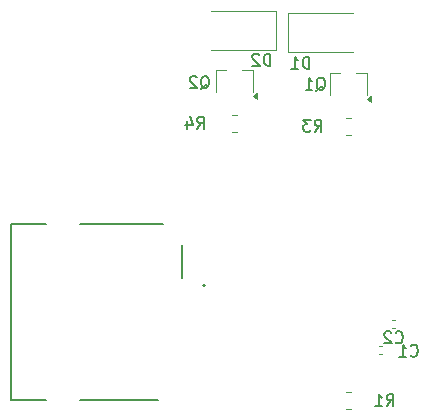
<source format=gbo>
G04 #@! TF.GenerationSoftware,KiCad,Pcbnew,9.0.5*
G04 #@! TF.CreationDate,2025-12-02T21:41:35+01:00*
G04 #@! TF.ProjectId,ToyBoard,546f7942-6f61-4726-942e-6b696361645f,rev?*
G04 #@! TF.SameCoordinates,Original*
G04 #@! TF.FileFunction,Legend,Bot*
G04 #@! TF.FilePolarity,Positive*
%FSLAX46Y46*%
G04 Gerber Fmt 4.6, Leading zero omitted, Abs format (unit mm)*
G04 Created by KiCad (PCBNEW 9.0.5) date 2025-12-02 21:41:35*
%MOMM*%
%LPD*%
G01*
G04 APERTURE LIST*
%ADD10C,0.150000*%
%ADD11C,0.200000*%
%ADD12C,0.127000*%
%ADD13C,0.120000*%
G04 APERTURE END LIST*
D10*
X151296666Y-127249580D02*
X151344285Y-127297200D01*
X151344285Y-127297200D02*
X151487142Y-127344819D01*
X151487142Y-127344819D02*
X151582380Y-127344819D01*
X151582380Y-127344819D02*
X151725237Y-127297200D01*
X151725237Y-127297200D02*
X151820475Y-127201961D01*
X151820475Y-127201961D02*
X151868094Y-127106723D01*
X151868094Y-127106723D02*
X151915713Y-126916247D01*
X151915713Y-126916247D02*
X151915713Y-126773390D01*
X151915713Y-126773390D02*
X151868094Y-126582914D01*
X151868094Y-126582914D02*
X151820475Y-126487676D01*
X151820475Y-126487676D02*
X151725237Y-126392438D01*
X151725237Y-126392438D02*
X151582380Y-126344819D01*
X151582380Y-126344819D02*
X151487142Y-126344819D01*
X151487142Y-126344819D02*
X151344285Y-126392438D01*
X151344285Y-126392438D02*
X151296666Y-126440057D01*
X150915713Y-126440057D02*
X150868094Y-126392438D01*
X150868094Y-126392438D02*
X150772856Y-126344819D01*
X150772856Y-126344819D02*
X150534761Y-126344819D01*
X150534761Y-126344819D02*
X150439523Y-126392438D01*
X150439523Y-126392438D02*
X150391904Y-126440057D01*
X150391904Y-126440057D02*
X150344285Y-126535295D01*
X150344285Y-126535295D02*
X150344285Y-126630533D01*
X150344285Y-126630533D02*
X150391904Y-126773390D01*
X150391904Y-126773390D02*
X150963332Y-127344819D01*
X150963332Y-127344819D02*
X150344285Y-127344819D01*
X134783238Y-105808057D02*
X134878476Y-105760438D01*
X134878476Y-105760438D02*
X134973714Y-105665200D01*
X134973714Y-105665200D02*
X135116571Y-105522342D01*
X135116571Y-105522342D02*
X135211809Y-105474723D01*
X135211809Y-105474723D02*
X135307047Y-105474723D01*
X135259428Y-105712819D02*
X135354666Y-105665200D01*
X135354666Y-105665200D02*
X135449904Y-105569961D01*
X135449904Y-105569961D02*
X135497523Y-105379485D01*
X135497523Y-105379485D02*
X135497523Y-105046152D01*
X135497523Y-105046152D02*
X135449904Y-104855676D01*
X135449904Y-104855676D02*
X135354666Y-104760438D01*
X135354666Y-104760438D02*
X135259428Y-104712819D01*
X135259428Y-104712819D02*
X135068952Y-104712819D01*
X135068952Y-104712819D02*
X134973714Y-104760438D01*
X134973714Y-104760438D02*
X134878476Y-104855676D01*
X134878476Y-104855676D02*
X134830857Y-105046152D01*
X134830857Y-105046152D02*
X134830857Y-105379485D01*
X134830857Y-105379485D02*
X134878476Y-105569961D01*
X134878476Y-105569961D02*
X134973714Y-105665200D01*
X134973714Y-105665200D02*
X135068952Y-105712819D01*
X135068952Y-105712819D02*
X135259428Y-105712819D01*
X134449904Y-104808057D02*
X134402285Y-104760438D01*
X134402285Y-104760438D02*
X134307047Y-104712819D01*
X134307047Y-104712819D02*
X134068952Y-104712819D01*
X134068952Y-104712819D02*
X133973714Y-104760438D01*
X133973714Y-104760438D02*
X133926095Y-104808057D01*
X133926095Y-104808057D02*
X133878476Y-104903295D01*
X133878476Y-104903295D02*
X133878476Y-104998533D01*
X133878476Y-104998533D02*
X133926095Y-105141390D01*
X133926095Y-105141390D02*
X134497523Y-105712819D01*
X134497523Y-105712819D02*
X133878476Y-105712819D01*
X144591238Y-105960057D02*
X144686476Y-105912438D01*
X144686476Y-105912438D02*
X144781714Y-105817200D01*
X144781714Y-105817200D02*
X144924571Y-105674342D01*
X144924571Y-105674342D02*
X145019809Y-105626723D01*
X145019809Y-105626723D02*
X145115047Y-105626723D01*
X145067428Y-105864819D02*
X145162666Y-105817200D01*
X145162666Y-105817200D02*
X145257904Y-105721961D01*
X145257904Y-105721961D02*
X145305523Y-105531485D01*
X145305523Y-105531485D02*
X145305523Y-105198152D01*
X145305523Y-105198152D02*
X145257904Y-105007676D01*
X145257904Y-105007676D02*
X145162666Y-104912438D01*
X145162666Y-104912438D02*
X145067428Y-104864819D01*
X145067428Y-104864819D02*
X144876952Y-104864819D01*
X144876952Y-104864819D02*
X144781714Y-104912438D01*
X144781714Y-104912438D02*
X144686476Y-105007676D01*
X144686476Y-105007676D02*
X144638857Y-105198152D01*
X144638857Y-105198152D02*
X144638857Y-105531485D01*
X144638857Y-105531485D02*
X144686476Y-105721961D01*
X144686476Y-105721961D02*
X144781714Y-105817200D01*
X144781714Y-105817200D02*
X144876952Y-105864819D01*
X144876952Y-105864819D02*
X145067428Y-105864819D01*
X143686476Y-105864819D02*
X144257904Y-105864819D01*
X143972190Y-105864819D02*
X143972190Y-104864819D01*
X143972190Y-104864819D02*
X144067428Y-105007676D01*
X144067428Y-105007676D02*
X144162666Y-105102914D01*
X144162666Y-105102914D02*
X144257904Y-105150533D01*
X152566666Y-128375580D02*
X152614285Y-128423200D01*
X152614285Y-128423200D02*
X152757142Y-128470819D01*
X152757142Y-128470819D02*
X152852380Y-128470819D01*
X152852380Y-128470819D02*
X152995237Y-128423200D01*
X152995237Y-128423200D02*
X153090475Y-128327961D01*
X153090475Y-128327961D02*
X153138094Y-128232723D01*
X153138094Y-128232723D02*
X153185713Y-128042247D01*
X153185713Y-128042247D02*
X153185713Y-127899390D01*
X153185713Y-127899390D02*
X153138094Y-127708914D01*
X153138094Y-127708914D02*
X153090475Y-127613676D01*
X153090475Y-127613676D02*
X152995237Y-127518438D01*
X152995237Y-127518438D02*
X152852380Y-127470819D01*
X152852380Y-127470819D02*
X152757142Y-127470819D01*
X152757142Y-127470819D02*
X152614285Y-127518438D01*
X152614285Y-127518438D02*
X152566666Y-127566057D01*
X151614285Y-128470819D02*
X152185713Y-128470819D01*
X151899999Y-128470819D02*
X151899999Y-127470819D01*
X151899999Y-127470819D02*
X151995237Y-127613676D01*
X151995237Y-127613676D02*
X152090475Y-127708914D01*
X152090475Y-127708914D02*
X152185713Y-127756533D01*
X134500666Y-109166819D02*
X134833999Y-108690628D01*
X135072094Y-109166819D02*
X135072094Y-108166819D01*
X135072094Y-108166819D02*
X134691142Y-108166819D01*
X134691142Y-108166819D02*
X134595904Y-108214438D01*
X134595904Y-108214438D02*
X134548285Y-108262057D01*
X134548285Y-108262057D02*
X134500666Y-108357295D01*
X134500666Y-108357295D02*
X134500666Y-108500152D01*
X134500666Y-108500152D02*
X134548285Y-108595390D01*
X134548285Y-108595390D02*
X134595904Y-108643009D01*
X134595904Y-108643009D02*
X134691142Y-108690628D01*
X134691142Y-108690628D02*
X135072094Y-108690628D01*
X133643523Y-108500152D02*
X133643523Y-109166819D01*
X133881618Y-108119200D02*
X134119713Y-108833485D01*
X134119713Y-108833485D02*
X133500666Y-108833485D01*
X144438666Y-109420819D02*
X144771999Y-108944628D01*
X145010094Y-109420819D02*
X145010094Y-108420819D01*
X145010094Y-108420819D02*
X144629142Y-108420819D01*
X144629142Y-108420819D02*
X144533904Y-108468438D01*
X144533904Y-108468438D02*
X144486285Y-108516057D01*
X144486285Y-108516057D02*
X144438666Y-108611295D01*
X144438666Y-108611295D02*
X144438666Y-108754152D01*
X144438666Y-108754152D02*
X144486285Y-108849390D01*
X144486285Y-108849390D02*
X144533904Y-108897009D01*
X144533904Y-108897009D02*
X144629142Y-108944628D01*
X144629142Y-108944628D02*
X145010094Y-108944628D01*
X144105332Y-108420819D02*
X143486285Y-108420819D01*
X143486285Y-108420819D02*
X143819618Y-108801771D01*
X143819618Y-108801771D02*
X143676761Y-108801771D01*
X143676761Y-108801771D02*
X143581523Y-108849390D01*
X143581523Y-108849390D02*
X143533904Y-108897009D01*
X143533904Y-108897009D02*
X143486285Y-108992247D01*
X143486285Y-108992247D02*
X143486285Y-109230342D01*
X143486285Y-109230342D02*
X143533904Y-109325580D01*
X143533904Y-109325580D02*
X143581523Y-109373200D01*
X143581523Y-109373200D02*
X143676761Y-109420819D01*
X143676761Y-109420819D02*
X143962475Y-109420819D01*
X143962475Y-109420819D02*
X144057713Y-109373200D01*
X144057713Y-109373200D02*
X144105332Y-109325580D01*
X140692094Y-103832819D02*
X140692094Y-102832819D01*
X140692094Y-102832819D02*
X140453999Y-102832819D01*
X140453999Y-102832819D02*
X140311142Y-102880438D01*
X140311142Y-102880438D02*
X140215904Y-102975676D01*
X140215904Y-102975676D02*
X140168285Y-103070914D01*
X140168285Y-103070914D02*
X140120666Y-103261390D01*
X140120666Y-103261390D02*
X140120666Y-103404247D01*
X140120666Y-103404247D02*
X140168285Y-103594723D01*
X140168285Y-103594723D02*
X140215904Y-103689961D01*
X140215904Y-103689961D02*
X140311142Y-103785200D01*
X140311142Y-103785200D02*
X140453999Y-103832819D01*
X140453999Y-103832819D02*
X140692094Y-103832819D01*
X139739713Y-102928057D02*
X139692094Y-102880438D01*
X139692094Y-102880438D02*
X139596856Y-102832819D01*
X139596856Y-102832819D02*
X139358761Y-102832819D01*
X139358761Y-102832819D02*
X139263523Y-102880438D01*
X139263523Y-102880438D02*
X139215904Y-102928057D01*
X139215904Y-102928057D02*
X139168285Y-103023295D01*
X139168285Y-103023295D02*
X139168285Y-103118533D01*
X139168285Y-103118533D02*
X139215904Y-103261390D01*
X139215904Y-103261390D02*
X139787332Y-103832819D01*
X139787332Y-103832819D02*
X139168285Y-103832819D01*
X150544666Y-132654819D02*
X150877999Y-132178628D01*
X151116094Y-132654819D02*
X151116094Y-131654819D01*
X151116094Y-131654819D02*
X150735142Y-131654819D01*
X150735142Y-131654819D02*
X150639904Y-131702438D01*
X150639904Y-131702438D02*
X150592285Y-131750057D01*
X150592285Y-131750057D02*
X150544666Y-131845295D01*
X150544666Y-131845295D02*
X150544666Y-131988152D01*
X150544666Y-131988152D02*
X150592285Y-132083390D01*
X150592285Y-132083390D02*
X150639904Y-132131009D01*
X150639904Y-132131009D02*
X150735142Y-132178628D01*
X150735142Y-132178628D02*
X151116094Y-132178628D01*
X149592285Y-132654819D02*
X150163713Y-132654819D01*
X149877999Y-132654819D02*
X149877999Y-131654819D01*
X149877999Y-131654819D02*
X149973237Y-131797676D01*
X149973237Y-131797676D02*
X150068475Y-131892914D01*
X150068475Y-131892914D02*
X150163713Y-131940533D01*
X143994094Y-104086819D02*
X143994094Y-103086819D01*
X143994094Y-103086819D02*
X143755999Y-103086819D01*
X143755999Y-103086819D02*
X143613142Y-103134438D01*
X143613142Y-103134438D02*
X143517904Y-103229676D01*
X143517904Y-103229676D02*
X143470285Y-103324914D01*
X143470285Y-103324914D02*
X143422666Y-103515390D01*
X143422666Y-103515390D02*
X143422666Y-103658247D01*
X143422666Y-103658247D02*
X143470285Y-103848723D01*
X143470285Y-103848723D02*
X143517904Y-103943961D01*
X143517904Y-103943961D02*
X143613142Y-104039200D01*
X143613142Y-104039200D02*
X143755999Y-104086819D01*
X143755999Y-104086819D02*
X143994094Y-104086819D01*
X142470285Y-104086819D02*
X143041713Y-104086819D01*
X142755999Y-104086819D02*
X142755999Y-103086819D01*
X142755999Y-103086819D02*
X142851237Y-103229676D01*
X142851237Y-103229676D02*
X142946475Y-103324914D01*
X142946475Y-103324914D02*
X143041713Y-103372533D01*
D11*
X135184000Y-122464000D02*
G75*
G02*
X134984000Y-122464000I-100000J0D01*
G01*
X134984000Y-122464000D02*
G75*
G02*
X135184000Y-122464000I100000J0D01*
G01*
D12*
X133234000Y-118984000D02*
X133234000Y-121794000D01*
X131614000Y-117289000D02*
X124554000Y-117289000D01*
X131214000Y-132139000D02*
X124554000Y-132139000D01*
X121714000Y-132139000D02*
X118734000Y-132139000D01*
X121714000Y-117289000D02*
X118734000Y-117289000D01*
X118734000Y-132139000D02*
X118734000Y-117289000D01*
D13*
X151014165Y-126090000D02*
X151245835Y-126090000D01*
X151014165Y-125370000D02*
X151245835Y-125370000D01*
X139208000Y-104196000D02*
X139208000Y-106046000D01*
X139208000Y-104196000D02*
X138318000Y-104196000D01*
X136978000Y-104211000D02*
X136088000Y-104211000D01*
X136088000Y-104211000D02*
X136088000Y-106061000D01*
X139548000Y-106676000D02*
X139218000Y-106436000D01*
X139548000Y-106196000D01*
X139548000Y-106676000D01*
G36*
X139548000Y-106676000D02*
G01*
X139218000Y-106436000D01*
X139548000Y-106196000D01*
X139548000Y-106676000D01*
G37*
X148860000Y-104450000D02*
X148860000Y-106300000D01*
X148860000Y-104450000D02*
X147970000Y-104450000D01*
X146630000Y-104465000D02*
X145740000Y-104465000D01*
X145740000Y-104465000D02*
X145740000Y-106315000D01*
X149200000Y-106930000D02*
X148870000Y-106690000D01*
X149200000Y-106450000D01*
X149200000Y-106930000D01*
G36*
X149200000Y-106930000D02*
G01*
X148870000Y-106690000D01*
X149200000Y-106450000D01*
X149200000Y-106930000D01*
G37*
X149934165Y-128260000D02*
X150165835Y-128260000D01*
X149934165Y-127540000D02*
X150165835Y-127540000D01*
X137895064Y-109447000D02*
X137440936Y-109447000D01*
X137895064Y-107977000D02*
X137440936Y-107977000D01*
X147547064Y-109701000D02*
X147092936Y-109701000D01*
X147547064Y-108231000D02*
X147092936Y-108231000D01*
X141178000Y-102488000D02*
X135668000Y-102488000D01*
X141178000Y-99188000D02*
X135668000Y-99188000D01*
X141178000Y-99188000D02*
X141178000Y-102488000D01*
X147552064Y-132935000D02*
X147097936Y-132935000D01*
X147552064Y-131465000D02*
X147097936Y-131465000D01*
X142190000Y-102650000D02*
X142190000Y-99350000D01*
X142190000Y-102650000D02*
X147700000Y-102650000D01*
X142190000Y-99350000D02*
X147700000Y-99350000D01*
M02*

</source>
